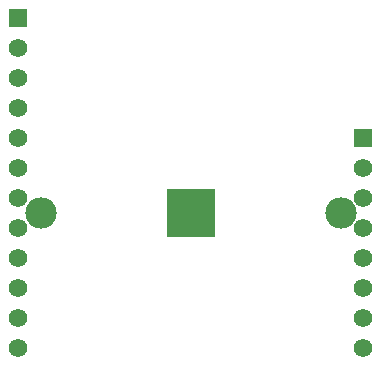
<source format=gbr>
%TF.GenerationSoftware,Altium Limited,Altium Designer,18.1.6 (161)*%
G04 Layer_Color=8388736*
%FSLAX26Y26*%
%MOIN*%
%TF.FileFunction,Soldermask,Top*%
%TF.Part,Single*%
G01*
G75*
%TA.AperFunction,ComponentPad*%
%ADD16C,0.104724*%
%ADD17C,0.061299*%
%ADD18R,0.061299X0.061299*%
%TA.AperFunction,SMDPad,CuDef*%
%ADD22R,0.162299X0.162299*%
D16*
X125000Y500000D02*
D03*
X1125000D02*
D03*
D17*
X1200000Y350000D02*
D03*
Y450000D02*
D03*
Y550000D02*
D03*
Y650000D02*
D03*
Y250000D02*
D03*
Y150000D02*
D03*
Y50000D02*
D03*
X49998Y250002D02*
D03*
Y350002D02*
D03*
Y450002D02*
D03*
Y550002D02*
D03*
Y650002D02*
D03*
Y1050002D02*
D03*
Y950002D02*
D03*
Y850002D02*
D03*
Y750002D02*
D03*
X50002Y149998D02*
D03*
Y49998D02*
D03*
D18*
X1200000Y750000D02*
D03*
X49998Y1150002D02*
D03*
D22*
X625000Y500000D02*
D03*
%TF.MD5,8bfe8c52f701ea8c41ca3f4bc7f54fb2*%
M02*

</source>
